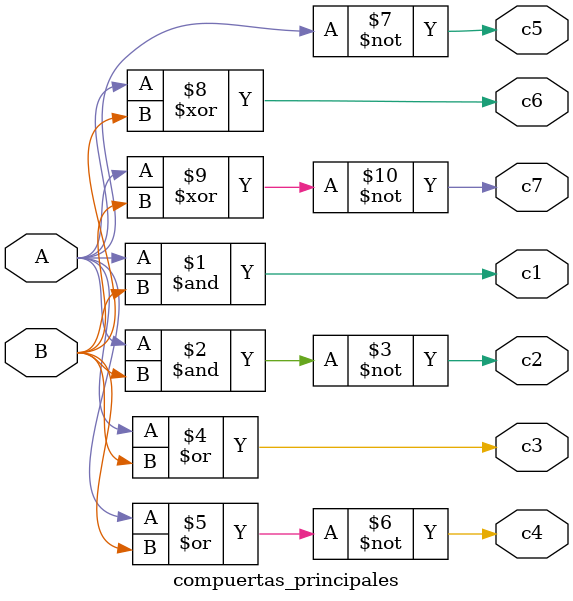
<source format=v>

module compuertas_principales(
    input A, 
    input B,
    output c1, // AND
    output c2, // NAND
    output c3, // OR
    output c4, // NOR
    output c5, // NOT
    output c6, // XOR
    output c7  // XNOR
);

/*2. definicion de componente internos(reg, cables)
queda vacia porque trabajamos solo con logica */

//3. cuerpo del modulo, asignaciones, instancias
    assign c1 = A & B;     // AND
    assign c2 = ~(A & B);    // NAND
    assign c3 = A | B;   // OR
    assign c4 = ~(A | B);  // NOR
    assign c5 = ~A;         // NOT
    assign c6 = A ^ B;     // XOR
    assign c7 = ~(A ^ B);   // XNOR

endmodule
</source>
